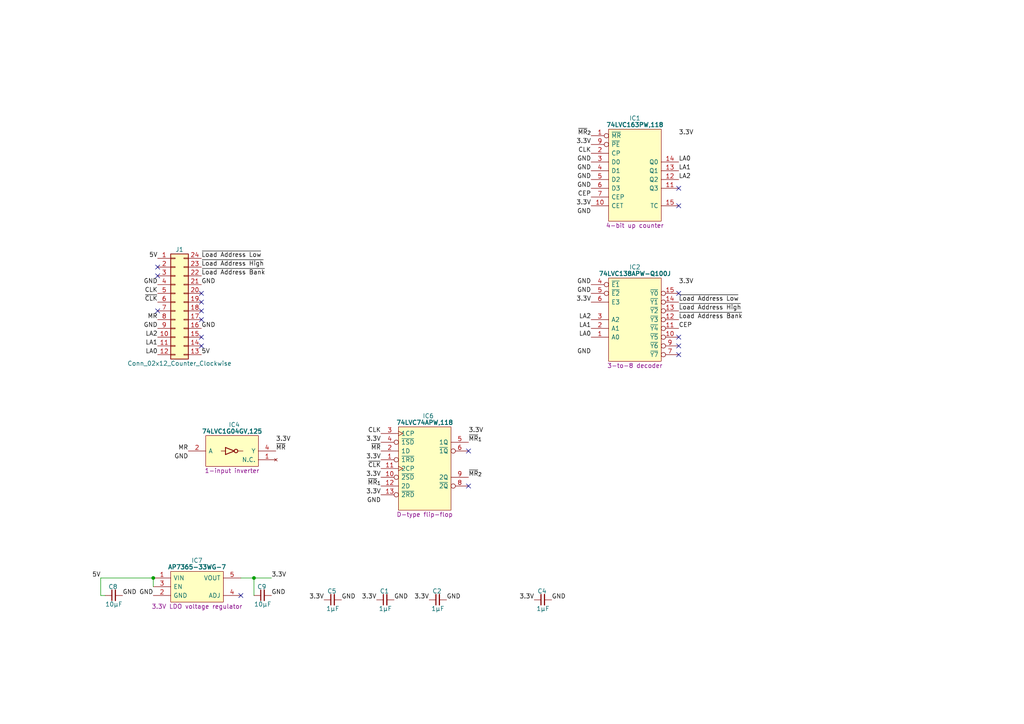
<source format=kicad_sch>
(kicad_sch (version 20231120) (generator "eeschema") (generator_version "8.0")
  (paper "A4")
  (title_block (title "Video Row Latch") (date "2024-06-05") (rev "V0"))
  (lib_symbols
    (symbol "Connector_Generic:Conn_02x12_Counter_Clockwise" (pin_names (offset 1.016) hide)
      (property "Reference" "J" (at 1.27 15.24 0))
      (property "Value" "Conn_02x12_Counter_Clockwise" (at 1.27 -17.78 0))
      (symbol "Conn_02x12_Counter_Clockwise_1_1"
        (rectangle (start -1.27 -15.113) (end 0 -15.367) (stroke (width 0.1524)))
        (rectangle (start -1.27 -12.573) (end 0 -12.827) (stroke (width 0.1524)))
        (rectangle (start -1.27 -10.033) (end 0 -10.287) (stroke (width 0.1524)))
        (rectangle (start -1.27 -7.493) (end 0 -7.747) (stroke (width 0.1524)))
        (rectangle (start -1.27 -4.953) (end 0 -5.207) (stroke (width 0.1524)))
        (rectangle (start -1.27 -2.413) (end 0 -2.667) (stroke (width 0.1524)))
        (rectangle (start -1.27 0.127) (end 0 -0.127) (stroke (width 0.1524)))
        (rectangle (start -1.27 2.667) (end 0 2.413) (stroke (width 0.1524)))
        (rectangle (start -1.27 5.207) (end 0 4.953) (stroke (width 0.1524)))
        (rectangle (start -1.27 7.747) (end 0 7.493) (stroke (width 0.1524)))
        (rectangle (start -1.27 10.287) (end 0 10.033) (stroke (width 0.1524)))
        (rectangle (start -1.27 12.827) (end 0 12.573) (stroke (width 0.1524)))
        (rectangle (start -1.27 13.97) (end 3.81 -16.51) (stroke (width 0.254)) (fill (type background)))
        (rectangle (start 3.81 -15.113) (end 2.54 -15.367) (stroke (width 0.1524)))
        (rectangle (start 3.81 -12.573) (end 2.54 -12.827) (stroke (width 0.1524)))
        (rectangle (start 3.81 -10.033) (end 2.54 -10.287) (stroke (width 0.1524)))
        (rectangle (start 3.81 -7.493) (end 2.54 -7.747) (stroke (width 0.1524)))
        (rectangle (start 3.81 -4.953) (end 2.54 -5.207) (stroke (width 0.1524)))
        (rectangle (start 3.81 -2.413) (end 2.54 -2.667) (stroke (width 0.1524)))
        (rectangle (start 3.81 0.127) (end 2.54 -0.127) (stroke (width 0.1524)))
        (rectangle (start 3.81 2.667) (end 2.54 2.413) (stroke (width 0.1524)))
        (rectangle (start 3.81 5.207) (end 2.54 4.953) (stroke (width 0.1524)))
        (rectangle (start 3.81 7.747) (end 2.54 7.493) (stroke (width 0.1524)))
        (rectangle (start 3.81 10.287) (end 2.54 10.033) (stroke (width 0.1524)))
        (rectangle (start 3.81 12.827) (end 2.54 12.573) (stroke (width 0.1524)))
        (pin passive line (at -5.08 12.7 0) (length 3.81) (name "Pin_1") (number "1"))
        (pin passive line (at -5.08 -10.16 0) (length 3.81) (name "Pin_10") (number "10"))
        (pin passive line (at -5.08 -12.7 0) (length 3.81) (name "Pin_11") (number "11"))
        (pin passive line (at -5.08 -15.24 0) (length 3.81) (name "Pin_12") (number "12"))
        (pin passive line (at 7.62 -15.24 180) (length 3.81) (name "Pin_13") (number "13"))
        (pin passive line (at 7.62 -12.7 180) (length 3.81) (name "Pin_14") (number "14"))
        (pin passive line (at 7.62 -10.16 180) (length 3.81) (name "Pin_15") (number "15"))
        (pin passive line (at 7.62 -7.62 180) (length 3.81) (name "Pin_16") (number "16"))
        (pin passive line (at 7.62 -5.08 180) (length 3.81) (name "Pin_17") (number "17"))
        (pin passive line (at 7.62 -2.54 180) (length 3.81) (name "Pin_18") (number "18"))
        (pin passive line (at 7.62 0 180) (length 3.81) (name "Pin_19") (number "19"))
        (pin passive line (at -5.08 10.16 0) (length 3.81) (name "Pin_2") (number "2"))
        (pin passive line (at 7.62 2.54 180) (length 3.81) (name "Pin_20") (number "20"))
        (pin passive line (at 7.62 5.08 180) (length 3.81) (name "Pin_21") (number "21"))
        (pin passive line (at 7.62 7.62 180) (length 3.81) (name "Pin_22") (number "22"))
        (pin passive line (at 7.62 10.16 180) (length 3.81) (name "Pin_23") (number "23"))
        (pin passive line (at 7.62 12.7 180) (length 3.81) (name "Pin_24") (number "24"))
        (pin passive line (at -5.08 7.62 0) (length 3.81) (name "Pin_3") (number "3"))
        (pin passive line (at -5.08 5.08 0) (length 3.81) (name "Pin_4") (number "4"))
        (pin passive line (at -5.08 2.54 0) (length 3.81) (name "Pin_5") (number "5"))
        (pin passive line (at -5.08 0 0) (length 3.81) (name "Pin_6") (number "6"))
        (pin passive line (at -5.08 -2.54 0) (length 3.81) (name "Pin_7") (number "7"))
        (pin passive line (at -5.08 -5.08 0) (length 3.81) (name "Pin_8") (number "8"))
        (pin passive line (at -5.08 -7.62 0) (length 3.81) (name "Pin_9") (number "9"))
      )
    )
    (symbol "Diodes_Inc:AP7365-33WG-7" (pin_names (offset 0.762))
      (property "Reference" "IC" (at 12.7 5.08 0))
      (property "Value" "AP7365-33WG-7" (at 12.7 3.175 0))
      (property "Description" "3.3V LDO voltage regulator" (at 12.7 -8.255 0))
      (symbol "AP7365-33WG-7_0_0"
        (pin passive line (at 0 0 0) (length 5.08) (name "VIN") (number "1"))
        (pin passive line (at 0 -5.08 0) (length 5.08) (name "GND") (number "2"))
        (pin input line (at 0 -2.54 0) (length 5.08) (name "EN") (number "3"))
        (pin passive line (at 25.4 -5.08 180) (length 5.08) (name "ADJ") (number "4"))
        (pin passive line (at 25.4 0 180) (length 5.08) (name "VOUT") (number "5"))
      )
      (symbol "AP7365-33WG-7_0_1"
        (polyline (pts (xy 5.08 1.905) (xy 20.32 1.905) (xy 20.32 -6.985) (xy 5.08 -6.985) (xy 5.08 1.905)) (fill (type background)))
      )
    )
    (symbol "HCP65:C_0805" (pin_numbers hide) (pin_names (offset 0.254) hide)
      (property "Reference" "C" (at 2.286 2.54 0))
      (property "Value" "?μF" (at 2.54 -2.54 0))
      (symbol "C_0805_0_1"
        (polyline (pts (xy 1.9685 -1.4605) (xy 1.9685 1.5875)) (stroke (width 0.3048)))
        (polyline (pts (xy 2.9845 -1.4605) (xy 2.9845 1.5875)) (stroke (width 0.3302)))
      )
      (symbol "C_0805_1_1"
        (pin passive line (at 0 0 0) (length 2.032) (name "~") (number "1"))
        (pin passive line (at 5.08 0 180) (length 2.032) (name "~") (number "2"))
      )
    )
    (symbol "Nexperia:74LVC138APW-Q100J" (pin_names (offset 0.762))
      (property "Reference" "IC" (at 12.7 3.175 0))
      (property "Value" "74LVC138APW-Q100J" (at 12.7 1.27 0))
      (property "Description" "3-to-8 decoder" (at 12.7 -25.4 0))
      (symbol "74LVC138APW-Q100J_0_0"
        (pin input line (at 0 -17.145 0) (length 5.08) (name "A0") (number "1"))
        (pin output inverted (at 25.4 -17.145 180) (length 5.08) (name "~{Y5}") (number "10"))
        (pin output inverted (at 25.4 -14.605 180) (length 5.08) (name "~{Y4}") (number "11"))
        (pin output inverted (at 25.4 -12.065 180) (length 5.08) (name "~{Y3}") (number "12"))
        (pin output inverted (at 25.4 -9.525 180) (length 5.08) (name "~{Y2}") (number "13"))
        (pin output inverted (at 25.4 -6.985 180) (length 5.08) (name "~{Y1}") (number "14"))
        (pin output inverted (at 25.4 -4.445 180) (length 5.08) (name "~{Y0}") (number "15"))
        (pin passive line (at 25.4 -1.905 180) (length 5.08) hide (name "3V") (number "16"))
        (pin input line (at 0 -14.605 0) (length 5.08) (name "A1") (number "2"))
        (pin input line (at 0 -12.065 0) (length 5.08) (name "A2") (number "3"))
        (pin input line (at 0 -6.985 0) (length 5.08) (name "E3") (number "6"))
        (pin output inverted (at 25.4 -22.225 180) (length 5.08) (name "~{Y7}") (number "7"))
        (pin passive line (at 0 -22.225 0) (length 5.08) hide (name "GND") (number "8"))
        (pin output inverted (at 25.4 -19.685 180) (length 5.08) (name "~{Y6}") (number "9"))
      )
      (symbol "74LVC138APW-Q100J_0_1"
        (polyline (pts (xy 5.08 0) (xy 20.32 0) (xy 20.32 -24.13) (xy 5.08 -24.13) (xy 5.08 0)) (stroke (width 0.1524)) (fill (type background)))
      )
      (symbol "74LVC138APW-Q100J_1_0"
        (pin input inverted (at 0 -1.905 0) (length 5.08) (name "~{E1}") (number "4"))
        (pin input inverted (at 0 -4.445 0) (length 5.08) (name "~{E2}") (number "5"))
      )
    )
    (symbol "Nexperia:74LVC163PW,118" (pin_names (offset 0.762))
      (property "Reference" "IC" (at 12.7 5.08 0))
      (property "Value" "74LVC163PW,118" (at 12.7 3.175 0))
      (property "Description" "4-bit up counter" (at 12.7 -26.035 0))
      (symbol "74LVC163PW,118_0_0"
        (pin input inverted (at 0 0 0) (length 5.08) (name "~{MR}") (number "1"))
        (pin input line (at 0 -20.32 0) (length 5.08) (name "CET") (number "10"))
        (pin output line (at 25.4 -15.24 180) (length 5.08) (name "Q3") (number "11"))
        (pin output line (at 25.4 -12.7 180) (length 5.08) (name "Q2") (number "12"))
        (pin output line (at 25.4 -10.16 180) (length 5.08) (name "Q1") (number "13"))
        (pin output line (at 25.4 -7.62 180) (length 5.08) (name "Q0") (number "14"))
        (pin output line (at 25.4 -20.32 180) (length 5.08) (name "TC") (number "15"))
        (pin passive line (at 25.4 0 180) (length 5.08) hide (name "3V") (number "16"))
        (pin input line (at 0 -5.08 0) (length 5.08) (name "CP") (number "2"))
        (pin input line (at 0 -7.62 0) (length 5.08) (name "D0") (number "3"))
        (pin input line (at 0 -10.16 0) (length 5.08) (name "D1") (number "4"))
        (pin input line (at 0 -12.7 0) (length 5.08) (name "D2") (number "5"))
        (pin input line (at 0 -15.24 0) (length 5.08) (name "D3") (number "6"))
        (pin input line (at 0 -17.78 0) (length 5.08) (name "CEP") (number "7"))
        (pin passive line (at 0 -22.86 0) (length 5.08) hide (name "GND") (number "8"))
        (pin input inverted (at 0 -2.54 0) (length 5.08) (name "~{PE}") (number "9"))
      )
      (symbol "74LVC163PW,118_0_1"
        (polyline (pts (xy 5.08 1.905) (xy 20.32 1.905) (xy 20.32 -24.765) (xy 5.08 -24.765) (xy 5.08 1.905)) (stroke (width 0.1524)) (fill (type background)))
      )
    )
    (symbol "Nexperia:74LVC1G04GV,125" (pin_names (offset 0.762))
      (property "Reference" "IC" (at 13.335 5.08 0))
      (property "Value" "74LVC1G04GV,125" (at 12.7 3.175 0))
      (property "Description" "1-input inverter" (at 12.7 -8.255 0))
      (symbol "74LVC1G04GV,125_0_0"
        (pin no_connect line (at 25.4 -5.08 180) (length 5.08) (name "N.C.") (number "1"))
        (pin input line (at 0 -2.54 0) (length 5.08) (name "A") (number "2"))
        (pin passive line (at 0 -5.08 0) (length 5.08) hide (name "GND") (number "3"))
        (pin output line (at 25.4 -2.54 180) (length 5.08) (name "Y") (number "4"))
        (pin passive line (at 25.4 0 180) (length 5.08) hide (name "3V") (number "5"))
      )
      (symbol "74LVC1G04GV,125_0_1"
        (polyline (pts (xy 9.525 -2.54) (xy 10.7949 -2.54)))
        (polyline (pts (xy 14.351 -2.54) (xy 15.875 -2.54)))
        (polyline (pts (xy 10.795 -3.556) (xy 13.335 -2.54) (xy 10.795 -1.524)) (stroke (width 0.254)))
        (polyline (pts (xy 5.08 1.905) (xy 20.32 1.905) (xy 20.32 -6.985) (xy 5.08 -6.985) (xy 5.08 1.905)) (stroke (width 0.1524)) (fill (type background)))
        (rectangle (start 10.795 -1.524) (end 10.795 -3.556) (stroke (width 0.254)) (fill (type background)))
        (circle (center 13.843 -2.54) (radius 0.508) (stroke (width 0.254)))
      )
    )
    (symbol "Nexperia:74LVC74APW,118" (pin_names (offset 0.762))
      (property "Reference" "IC" (at 12.065 5.08 0))
      (property "Value" "74LVC74APW,118" (at 12.7 3.175 0))
      (property "Description" "D-type flip-flop" (at 12.7 -23.495 0))
      (symbol "74LVC74APW,118_0_0"
        (pin input inverted (at 0 -7.62 0) (length 5.08) (name "~{1RD}") (number "1"))
        (pin input inverted (at 0 -12.7 0) (length 5.08) (name "~{2SD}") (number "10"))
        (pin input clock (at 0 -10.16 0) (length 5.08) (name "2CP") (number "11"))
        (pin input line (at 0 -15.24 0) (length 5.08) (name "2D") (number "12"))
        (pin input inverted (at 0 -17.78 0) (length 5.08) (name "~{2RD}") (number "13"))
        (pin passive line (at 25.4 0 180) (length 5.08) hide (name "3V") (number "14"))
        (pin input line (at 0 -5.08 0) (length 5.08) (name "1D") (number "2"))
        (pin input clock (at 0 0 0) (length 5.08) (name "1CP") (number "3"))
        (pin input inverted (at 0 -2.54 0) (length 5.08) (name "~{1SD}") (number "4"))
        (pin output line (at 25.4 -2.54 180) (length 5.08) (name "1Q") (number "5"))
        (pin output inverted (at 25.4 -5.08 180) (length 5.08) (name "~{1Q}") (number "6"))
        (pin passive line (at 0 -20.32 0) (length 5.08) hide (name "GND") (number "7"))
        (pin output inverted (at 25.4 -15.24 180) (length 5.08) (name "~{2Q}") (number "8"))
        (pin output line (at 25.4 -12.7 180) (length 5.08) (name "2Q") (number "9"))
      )
      (symbol "74LVC74APW,118_0_1"
        (polyline (pts (xy 5.08 1.905) (xy 20.32 1.905) (xy 20.32 -22.225) (xy 5.08 -22.225) (xy 5.08 1.905)) (stroke (width 0.1524)) (fill (type background)))
      )
    )
  )
  (junction (at 44.45 167.64))
  (junction (at 73.66 167.64))
  (no_connect (at 58.42 100.33))
  (no_connect (at 196.85 59.69))
  (no_connect (at 45.72 80.01))
  (no_connect (at 58.42 97.79))
  (no_connect (at 69.85 172.72))
  (no_connect (at 196.85 97.79))
  (no_connect (at 58.42 92.71))
  (no_connect (at 58.42 85.09))
  (no_connect (at 135.89 130.81))
  (no_connect (at 45.72 90.17))
  (no_connect (at 196.85 102.87))
  (no_connect (at 58.42 90.17))
  (no_connect (at 58.42 87.63))
  (no_connect (at 196.85 100.33))
  (no_connect (at 196.85 85.09))
  (no_connect (at 196.85 54.61))
  (no_connect (at 45.72 77.47))
  (no_connect (at 135.89 140.97))
  (wire (pts (xy 73.66 172.72) (xy 73.66 167.64)))
  (wire (pts (xy 29.21 167.64) (xy 44.45 167.64)))
  (wire (pts (xy 44.45 167.64) (xy 44.45 170.18)))
  (wire (pts (xy 69.85 167.64) (xy 73.66 167.64)))
  (wire (pts (xy 29.21 167.64) (xy 29.21 172.72)))
  (wire (pts (xy 29.21 172.72) (xy 30.48 172.72)))
  (wire (pts (xy 73.66 167.64) (xy 78.74 167.64)))
  (label "~{MR}_{1}" (at 135.89 128.27 0))
  (label "CEP" (at 171.45 57.15 180))
  (label "~{CLK}" (at 45.72 87.63 180))
  (label "3.3V" (at 110.49 143.51 180))
  (label "GND" (at 129.54 173.99 0))
  (label "~{MR}_{2}" (at 135.89 138.43 0))
  (label "3.3V" (at 171.45 59.69 180))
  (label "~{CLK}" (at 110.49 135.89 180))
  (label "3.3V" (at 196.85 82.55 0))
  (label "GND" (at 160.02 173.99 0))
  (label "CLK" (at 45.72 85.09 180))
  (label "GND" (at 78.74 172.72 0))
  (label "GND" (at 171.45 52.07 180))
  (label "CLK" (at 171.45 44.45 180))
  (label "3.3V" (at 135.89 125.73 0))
  (label "LA2" (at 196.85 52.07 0))
  (label "LA0" (at 196.85 46.99 0))
  (label "GND" (at 35.56 172.72 0))
  (label "5V" (at 29.21 167.64 180))
  (label "~{MR}" (at 110.49 130.81 180))
  (label "LA0" (at 171.45 97.79 180))
  (label "GND" (at 99.06 173.99 0))
  (label "~{Load Address Bank}" (at 196.85 92.71 0))
  (label "3.3V" (at 110.49 133.35 180))
  (label "~{MR}_{1}" (at 110.49 140.97 180))
  (label "CLK" (at 110.49 125.73 180))
  (label "GND" (at 44.45 172.72 180))
  (label "3.3V" (at 171.45 41.91 180))
  (label "GND" (at 58.42 95.25 0))
  (label "MR" (at 54.61 130.81 180))
  (label "3.3V" (at 154.94 173.99 180))
  (label "5V" (at 45.72 74.93 180))
  (label "GND" (at 171.45 54.61 180))
  (label "GND" (at 58.42 82.55 0))
  (label "GND" (at 171.45 85.09 180))
  (label "~{Load Address Bank}" (at 58.42 80.01 0))
  (label "3.3V" (at 196.85 39.37 0))
  (label "~{MR}" (at 80.01 130.81 0))
  (label "~{Load Address Low}" (at 58.42 74.93 0))
  (label "3.3V" (at 93.98 173.99 180))
  (label "GND" (at 171.45 49.53 180))
  (label "~{Load Address Low}" (at 196.85 87.63 0))
  (label "3.3V" (at 110.49 138.43 180))
  (label "LA2" (at 45.72 97.79 180))
  (label "GND" (at 54.61 133.35 180))
  (label "3.3V" (at 110.49 128.27 180))
  (label "GND" (at 45.72 95.25 180))
  (label "3.3V" (at 124.46 173.99 180))
  (label "3.3V" (at 109.22 173.99 180))
  (label "GND" (at 171.45 102.87 180))
  (label "3.3V" (at 78.74 167.64 0))
  (label "GND" (at 171.45 62.23 180))
  (label "GND" (at 171.45 46.99 180))
  (label "5V" (at 58.42 102.87 0))
  (label "LA1" (at 171.45 95.25 180))
  (label "GND" (at 114.3 173.99 0))
  (label "3.3V" (at 80.01 128.27 0))
  (label "3.3V" (at 171.45 87.63 180))
  (label "GND" (at 110.49 146.05 180))
  (label "GND" (at 171.45 82.55 180))
  (label "~{Load Address High}" (at 58.42 77.47 0))
  (label "CEP" (at 196.85 95.25 0))
  (label "LA2" (at 171.45 92.71 180))
  (label "~{Load Address High}" (at 196.85 90.17 0))
  (label "LA1" (at 45.72 100.33 180))
  (label "LA1" (at 196.85 49.53 0))
  (label "~{MR}_{2}" (at 171.45 39.37 180))
  (label "MR" (at 45.72 92.71 180))
  (label "LA0" (at 45.72 102.87 180))
  (label "GND" (at 45.72 82.55 180))
  (symbol (lib_id "Connector_Generic:Conn_02x12_Counter_Clockwise") (at 50.8 87.63 0) (unit 1)
    (property "Reference" "J1" (at 52.07 72.39 0))
    (property "Value" "Conn_02x12_Counter_Clockwise" (at 52.07 105.41 0))
    (property "Footprint" "SamacSys_Parts:DIP-24_Board_W15.24mm" (effects (hide yes)))
    (property "Description" "Generic connector, double row, 02x12, counter clockwise pin numbering scheme (similar to DIP package numbering), script generated (kicad-library-utils/schlib/autogen/connector/)" (effects (hide yes)))
  )
  (symbol (lib_id "Nexperia:74LVC163PW,118") (at 171.45 39.37 0) (unit 1)
    (property "Reference" "IC1" (at 184.15 34.29 0))
    (property "Value" "74LVC163PW,118" (at 184.15 36.195 0) (effects (font (bold yes))))
    (property "Footprint" "SamacSys_Parts:SOP65P640X110-16N" (effects (hide yes)))
    (property "Datasheet" "https://assets.nexperia.com/documents/data-sheet/74LVC163.pdf" (effects (hide yes)))
    (property "Description" "4-bit up counter" (at 184.15 65.405 0))
    (property "Height" "1.1" (effects (hide yes)))
    (property "Mouser Part Number" "771-74LVC163PW-T" (effects (hide yes)))
    (property "Mouser Price/Stock" "https://www.mouser.co.uk/ProductDetail/Nexperia/74LVC163PW118?qs=me8TqzrmIYUWRf9xrCNBjw%3D%3D" (effects (hide yes)))
    (property "Manufacturer_Name" "Nexperia" (effects (hide yes)))
    (property "Manufacturer_Part_Number" "74LVC163PW,118" (effects (hide yes)))
    (property "Silkscreen" "74LVC163" (effects (hide yes)))
    (property "Garbage" "74LVC163 - Presettable synchronous 4-bit binary counter; synchronous reset@en-us" (effects (hide yes)))
  )
  (symbol (lib_id "HCP65:C_0805") (at 109.22 173.99 0) (unit 1)
    (property "Reference" "C1" (at 111.506 171.45 0))
    (property "Value" "1μF" (at 111.76 176.53 0))
    (property "Footprint" "SamacSys_Parts:C_0805" (effects (hide yes)))
    (property "Garbage" "Unpolarized capacitor, small symbol" (effects (hide yes)))
  )
  (symbol (lib_id "Nexperia:74LVC138APW-Q100J") (at 171.45 80.645 0) (unit 1)
    (property "Reference" "IC2" (at 184.15 77.47 0))
    (property "Value" "74LVC138APW-Q100J" (at 184.15 79.375 0) (effects (font (bold yes))))
    (property "Footprint" "SamacSys_Parts:SOP65P640X110-16N" (effects (hide yes)))
    (property "Datasheet" "https://assets.nexperia.com/documents/data-sheet/74LVC138A_Q100.pdf" (effects (hide yes)))
    (property "Description" "3-to-8 decoder" (at 184.15 106.045 0))
    (property "Height" "1.1" (effects (hide yes)))
    (property "Mouser Part Number" "771-74LVC138APWQ100J" (effects (hide yes)))
    (property "Mouser Price/Stock" "https://www.mouser.co.uk/ProductDetail/Nexperia/74LVC138APW-Q100J?qs=fi7yB2oewZnXKE82xo%252BhJQ%3D%3D" (effects (hide yes)))
    (property "Manufacturer_Name" "Nexperia" (effects (hide yes)))
    (property "Manufacturer_Part_Number" "74LVC138APW-Q100J" (effects (hide yes)))
    (property "Silkscreen" "74LVC138" (effects (hide yes)))
    (property "Garbage" "74LVC138A-Q100 - 3-to-8 line decoder/demultiplexer; inverting@en-us" (effects (hide yes)))
  )
  (symbol (lib_id "HCP65:C_0805") (at 154.94 173.99 0) (unit 1)
    (property "Reference" "C4" (at 157.226 171.45 0))
    (property "Value" "1μF" (at 157.48 176.53 0))
    (property "Footprint" "SamacSys_Parts:C_0805" (effects (hide yes)))
    (property "Garbage" "Unpolarized capacitor, small symbol" (effects (hide yes)))
  )
  (symbol (lib_id "HCP65:C_0805") (at 93.98 173.99 0) (unit 1)
    (property "Reference" "C5" (at 96.266 171.45 0))
    (property "Value" "1μF" (at 96.52 176.53 0))
    (property "Footprint" "SamacSys_Parts:C_0805" (effects (hide yes)))
    (property "Garbage" "Unpolarized capacitor, small symbol" (effects (hide yes)))
  )
  (symbol (lib_id "HCP65:C_0805") (at 30.48 172.72 0) (unit 1)
    (property "Reference" "C8" (at 32.766 170.18 0))
    (property "Value" "10μF" (at 33.02 175.26 0))
    (property "Footprint" "SamacSys_Parts:C_0805" (effects (hide yes)))
    (property "Garbage" "Unpolarized capacitor, small symbol" (effects (hide yes)))
  )
  (symbol (lib_id "Diodes_Inc:AP7365-33WG-7") (at 44.45 167.64 0) (unit 1)
    (property "Reference" "IC7" (at 57.15 162.56 0))
    (property "Value" "AP7365-33WG-7" (at 57.15 164.465 0) (effects (font (bold yes))))
    (property "Footprint" "SamacSys_Parts:SOT95P285X130-5N" (effects (hide yes)))
    (property "Datasheet" "https://componentsearchengine.com/Datasheets/1/AP7365-33WG-7.pdf" (effects (hide yes)))
    (property "Description" "3.3V LDO voltage regulator" (at 57.15 175.895 0))
    (property "Height" "1.3" (effects (hide yes)))
    (property "Manufacturer_Name" "Diodes Inc." (effects (hide yes)))
    (property "Manufacturer_Part_Number" "AP7365-33WG-7" (effects (hide yes)))
    (property "Mouser Part Number" "621-AP7365-33WG-7" (effects (hide yes)))
    (property "Mouser Price/Stock" "https://www.mouser.co.uk/ProductDetail/Diodes-Incorporated/AP7365-33WG-7?qs=abZ1nkZpTuOZFvxvoFPL0w%3D%3D" (effects (hide yes)))
    (property "Arrow Part Number" "AP7365-33WG-7" (effects (hide yes)))
    (property "Arrow Price/Stock" "https://www.arrow.com/en/products/ap7365-33wg-7/diodes-incorporated?region=nac" (effects (hide yes)))
    (property "Silkscreen" "AP7365" (effects (hide yes)))
    (property "Garbage" "DiodesZetex AP7365-33WG-7, LDO Voltage Regulator, 600mA, 3.3 V +/-2%, 2  6 Vin, 5-Pin SOT-25" (effects (hide yes)))
  )
  (symbol (lib_id "HCP65:C_0805") (at 73.66 172.72 0) (unit 1)
    (property "Reference" "C9" (at 75.946 170.18 0))
    (property "Value" "10μF" (at 76.2 175.26 0))
    (property "Footprint" "SamacSys_Parts:C_0805" (effects (hide yes)))
    (property "Garbage" "Unpolarized capacitor, small symbol" (effects (hide yes)))
  )
  (symbol (lib_id "HCP65:C_0805") (at 124.46 173.99 0) (unit 1)
    (property "Reference" "C2" (at 126.746 171.45 0))
    (property "Value" "1μF" (at 127 176.53 0))
    (property "Footprint" "SamacSys_Parts:C_0805" (effects (hide yes)))
    (property "Garbage" "Unpolarized capacitor, small symbol" (effects (hide yes)))
  )
  (symbol (lib_id "Nexperia:74LVC74APW,118") (at 110.49 125.73 0) (unit 1)
    (property "Reference" "IC6" (at 122.555 120.65 0) (effects (justify left)))
    (property "Value" "74LVC74APW,118" (at 123.19 122.555 0) (effects (font (bold yes))))
    (property "Footprint" "SamacSys_Parts:SOP65P640X110-14N" (effects (hide yes)))
    (property "Datasheet" "https://assets.nexperia.com/documents/data-sheet/74LVC74A.pdf" (effects (hide yes)))
    (property "Description" "D-type flip-flop" (at 123.19 149.225 0))
    (property "Height" "1.1" (effects (hide yes)))
    (property "Mouser Part Number" "771-74LVC74APW-T" (effects (hide yes)))
    (property "Mouser Price/Stock" "https://www.mouser.co.uk/ProductDetail/Nexperia/74LVC74APW118?qs=me8TqzrmIYVtXwVfet0lzw%3D%3D" (effects (hide yes)))
    (property "Manufacturer_Name" "Nexperia" (effects (hide yes)))
    (property "Manufacturer_Part_Number" "74LVC74APW,118" (effects (hide yes)))
    (property "Silkscreen" "74LVC74" (effects (hide yes)))
    (property "Garbage" "74LVC74A - Dual D-type flip-flop with set and reset; positive-edge trigger@en-us" (effects (hide yes)))
  )
  (symbol (lib_id "Nexperia:74LVC1G04GV,125") (at 54.61 128.27 0) (unit 1)
    (property "Reference" "IC4" (at 67.945 123.19 0))
    (property "Value" "74LVC1G04GV,125" (at 67.31 125.095 0) (effects (font (bold yes))))
    (property "Footprint" "SamacSys_Parts:SOT95P275X110-5N" (effects (hide yes)))
    (property "Datasheet" "https://assets.nexperia.com/documents/data-sheet/74LVC1G04.pdf" (effects (hide yes)))
    (property "Description" "1-input inverter" (at 67.31 136.525 0))
    (property "Height" "1.1" (effects (hide yes)))
    (property "Manufacturer_Name" "Nexperia" (effects (hide yes)))
    (property "Manufacturer_Part_Number" "74LVC1G04GV,125" (effects (hide yes)))
    (property "Mouser Part Number" "771-74LVC1G04GV" (effects (hide yes)))
    (property "Mouser Price/Stock" "https://www.mouser.co.uk/ProductDetail/Nexperia/74LVC1G04GV125?qs=me8TqzrmIYW6McwMAxl%2F9w%3D%3D" (effects (hide yes)))
    (property "Silkscreen" "'1G04" (effects (hide yes)))
  )
)
</source>
